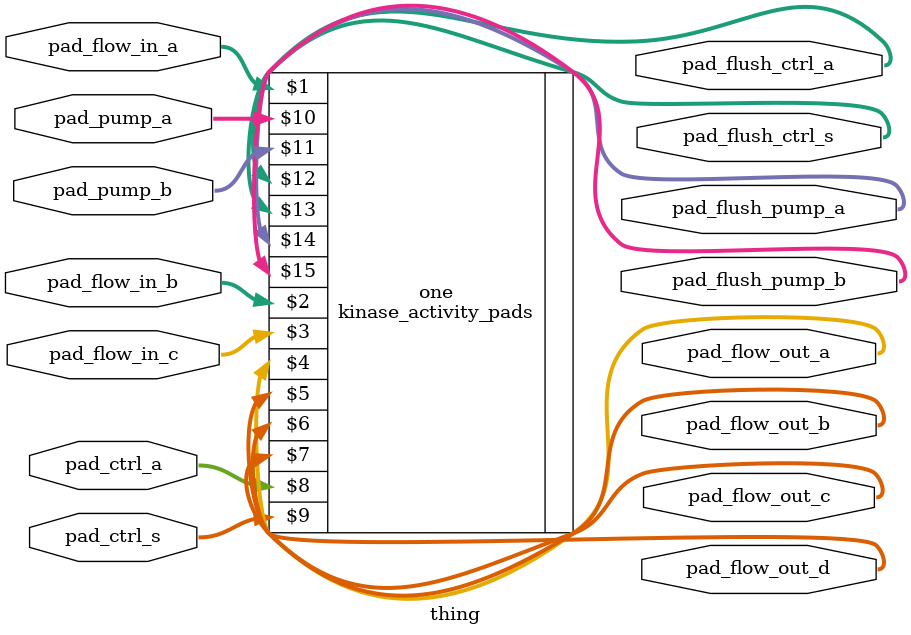
<source format=v>
module thing(
  (* type="flow" *) input [SIZE-1:0] pad_flow_in_a, pad_flow_in_b,pad_flow_in_c,
  (* type="flow" *) output [SIZE-1:0] pad_flow_out_a,pad_flow_out_b, pad_flow_out_c, pad_flow_out_d,
             (* type="ctrl" *) input [12:0] pad_ctrl_a,
             (* type="ctrl" *) input [3:0] pad_ctrl_s,
             (* type="ctrl" *) input [2:0] pad_pump_a,
             (* type="ctrl" *) input [1:0] pad_pump_b,
             (* type="flush" *) output [12:0] pad_flush_ctrl_a,
             (* type="flush" *) output [3:0] pad_flush_ctrl_s,
             (* type="flush" *) output [2:0] pad_flush_pump_a,
             (* type="flush" *) output [1:0] pad_flush_pump_b);
localparam SIZE = 5;
  kinase_activity_pads #(SIZE) one (
                                 pad_flow_in_a,
                                 pad_flow_in_b,
                                 pad_flow_in_c,
                                 pad_flow_out_a,
                                 pad_flow_out_b,
                                 pad_flow_out_c,
                                 pad_flow_out_d,
                                 pad_ctrl_a,
                                 pad_ctrl_s,
                                 pad_pump_a,
                                 pad_pump_b,
                                 pad_flush_ctrl_a,
                                 pad_flush_ctrl_s,
                                 pad_flush_pump_a,
                                 pad_flush_pump_b);
endmodule

</source>
